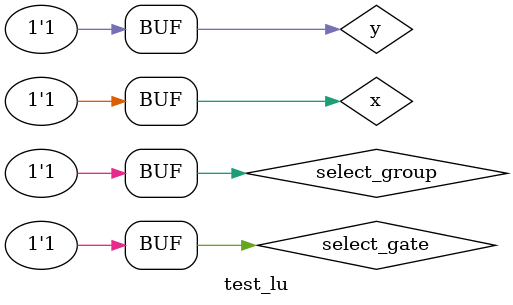
<source format=v>
 
module lu ( output s,           // saída final
            input  a,           // entrada 1 bit
            input  b,           // entrada 1 bit
            input  select_group, // chave para selecionar grupo (AND/NAND ou OR/NOR)
            input  select_gate  // chave para selecionar a operação dentro do grupo
            ); 

// Definir sinais intermediários
   wire and_out, nand_out, or_out, nor_out; // saídas das portas
   wire mux1_out, mux2_out;  // saídas dos multiplexadores

// Descrever operações lógicas
   and  AND1  (and_out, a, b);   // Operação AND
   nand NAND1 (nand_out, a, b);  // Operação NAND
   or   OR1   (or_out, a, b);    // Operação OR
   nor  NOR1  (nor_out, a, b);   // Operação NOR

// Multiplexador para selecionar entre AND e NAND
   mux mux1 (mux1_out, and_out, nand_out, select_gate);

// Multiplexador para selecionar entre OR e NOR
   mux mux2 (mux2_out, or_out, nor_out, select_gate);

// Multiplexador final para escolher entre os dois grupos (AND/NAND ou OR/NOR)
   mux mux3 (s, mux1_out, mux2_out, select_group);

endmodule // lu
 
 
// ------------------------- 
//  Multiplexer 2x1 
// ------------------------- 
module mux ( output s, 
             input  a, 
             input  b, 
             input  select ); 

// Definir dados locais
   wire not_select;
   wire sa, sb;

// Descrever por portas
   not NOT1 (not_select, select); 
   and AND1 (sa, a, not_select); 
   and AND2 (sb, b, select); 
   or  OR1  (s, sa, sb);

endmodule // mux
 
 
// ------------------------- 
//  Teste da Unidade Lógica (LU) 
// ------------------------- 
module test_lu; 
// Definir dados 
   reg  x; 
   reg  y; 
   reg  select_group;  // Seleciona grupo (AND/NAND ou OR/NOR)
   reg  select_gate;   // Seleciona operação dentro do grupo
   wire z;             // Saída final

   // Instanciar a unidade lógica (LU)
   lu LU1 (z, x, y, select_group, select_gate);

// Parte principal 
   initial 
   begin : main 
          $display("Guia_0703 - xxx yyy zzz - 999999"); 
          $display("Test LU's module"); 
          $display(" x  y  select_group select_gate |  z "); 

          // Testes iniciais
          x = 1'b0; y = 1'b1; select_group = 1'b0; select_gate = 1'b0; 
          #1 $monitor("%2b %2b %10b %11b  |  %2b", x, y, select_group, select_gate, z); 

          // Testar diferentes combinações de chaves e entradas
          #1 x = 1'b0; y = 1'b0; select_group = 1'b0; select_gate = 1'b0; // AND
          #1 x = 1'b1; y = 1'b0; select_group = 1'b0; select_gate = 1'b1; // NAND
          #1 x = 1'b1; y = 1'b1; select_group = 1'b1; select_gate = 1'b0; // OR
          #1 x = 1'b1; y = 1'b1; select_group = 1'b1; select_gate = 1'b1; // NOR
end 
 
endmodule // test_lu

/*
Guia_0703 - xxx yyy zzz - 999999
Test LU's module
 x  y  select_group select_gate |  z
 0  1          0           0  |   0
 0  0          0           0  |   0
 1  0          0           1  |   1
 1  1          1           0  |   1
 1  1          1           1  |   0
*/
</source>
